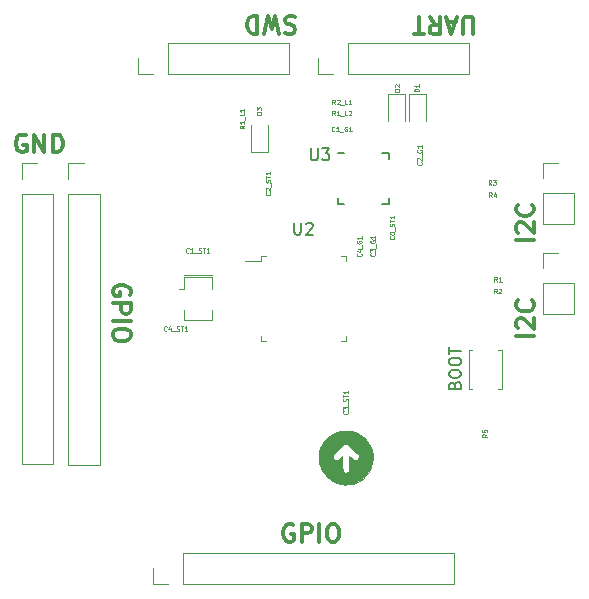
<source format=gbr>
%TF.GenerationSoftware,KiCad,Pcbnew,(5.1.6)-1*%
%TF.CreationDate,2020-08-01T22:19:46+05:30*%
%TF.ProjectId,first,66697273-742e-46b6-9963-61645f706362,rev?*%
%TF.SameCoordinates,Original*%
%TF.FileFunction,Legend,Top*%
%TF.FilePolarity,Positive*%
%FSLAX46Y46*%
G04 Gerber Fmt 4.6, Leading zero omitted, Abs format (unit mm)*
G04 Created by KiCad (PCBNEW (5.1.6)-1) date 2020-08-01 22:19:46*
%MOMM*%
%LPD*%
G01*
G04 APERTURE LIST*
%ADD10C,0.300000*%
%ADD11C,0.010000*%
%ADD12C,0.120000*%
%ADD13C,0.150000*%
%ADD14C,0.100000*%
G04 APERTURE END LIST*
D10*
X53530000Y-74690000D02*
X53387142Y-74618571D01*
X53172857Y-74618571D01*
X52958571Y-74690000D01*
X52815714Y-74832857D01*
X52744285Y-74975714D01*
X52672857Y-75261428D01*
X52672857Y-75475714D01*
X52744285Y-75761428D01*
X52815714Y-75904285D01*
X52958571Y-76047142D01*
X53172857Y-76118571D01*
X53315714Y-76118571D01*
X53530000Y-76047142D01*
X53601428Y-75975714D01*
X53601428Y-75475714D01*
X53315714Y-75475714D01*
X54244285Y-76118571D02*
X54244285Y-74618571D01*
X54815714Y-74618571D01*
X54958571Y-74690000D01*
X55030000Y-74761428D01*
X55101428Y-74904285D01*
X55101428Y-75118571D01*
X55030000Y-75261428D01*
X54958571Y-75332857D01*
X54815714Y-75404285D01*
X54244285Y-75404285D01*
X55744285Y-76118571D02*
X55744285Y-74618571D01*
X56744285Y-74618571D02*
X57030000Y-74618571D01*
X57172857Y-74690000D01*
X57315714Y-74832857D01*
X57387142Y-75118571D01*
X57387142Y-75618571D01*
X57315714Y-75904285D01*
X57172857Y-76047142D01*
X57030000Y-76118571D01*
X56744285Y-76118571D01*
X56601428Y-76047142D01*
X56458571Y-75904285D01*
X56387142Y-75618571D01*
X56387142Y-75118571D01*
X56458571Y-74832857D01*
X56601428Y-74690000D01*
X56744285Y-74618571D01*
X73918571Y-58694285D02*
X72418571Y-58694285D01*
X72561428Y-58051428D02*
X72490000Y-57980000D01*
X72418571Y-57837142D01*
X72418571Y-57480000D01*
X72490000Y-57337142D01*
X72561428Y-57265714D01*
X72704285Y-57194285D01*
X72847142Y-57194285D01*
X73061428Y-57265714D01*
X73918571Y-58122857D01*
X73918571Y-57194285D01*
X73775714Y-55694285D02*
X73847142Y-55765714D01*
X73918571Y-55980000D01*
X73918571Y-56122857D01*
X73847142Y-56337142D01*
X73704285Y-56480000D01*
X73561428Y-56551428D01*
X73275714Y-56622857D01*
X73061428Y-56622857D01*
X72775714Y-56551428D01*
X72632857Y-56480000D01*
X72490000Y-56337142D01*
X72418571Y-56122857D01*
X72418571Y-55980000D01*
X72490000Y-55765714D01*
X72561428Y-55694285D01*
X73893571Y-50584285D02*
X72393571Y-50584285D01*
X72536428Y-49941428D02*
X72465000Y-49870000D01*
X72393571Y-49727142D01*
X72393571Y-49370000D01*
X72465000Y-49227142D01*
X72536428Y-49155714D01*
X72679285Y-49084285D01*
X72822142Y-49084285D01*
X73036428Y-49155714D01*
X73893571Y-50012857D01*
X73893571Y-49084285D01*
X73750714Y-47584285D02*
X73822142Y-47655714D01*
X73893571Y-47870000D01*
X73893571Y-48012857D01*
X73822142Y-48227142D01*
X73679285Y-48370000D01*
X73536428Y-48441428D01*
X73250714Y-48512857D01*
X73036428Y-48512857D01*
X72750714Y-48441428D01*
X72607857Y-48370000D01*
X72465000Y-48227142D01*
X72393571Y-48012857D01*
X72393571Y-47870000D01*
X72465000Y-47655714D01*
X72536428Y-47584285D01*
X68782857Y-33151428D02*
X68782857Y-31937142D01*
X68711428Y-31794285D01*
X68640000Y-31722857D01*
X68497142Y-31651428D01*
X68211428Y-31651428D01*
X68068571Y-31722857D01*
X67997142Y-31794285D01*
X67925714Y-31937142D01*
X67925714Y-33151428D01*
X67282857Y-32080000D02*
X66568571Y-32080000D01*
X67425714Y-31651428D02*
X66925714Y-33151428D01*
X66425714Y-31651428D01*
X65068571Y-31651428D02*
X65568571Y-32365714D01*
X65925714Y-31651428D02*
X65925714Y-33151428D01*
X65354285Y-33151428D01*
X65211428Y-33080000D01*
X65140000Y-33008571D01*
X65068571Y-32865714D01*
X65068571Y-32651428D01*
X65140000Y-32508571D01*
X65211428Y-32437142D01*
X65354285Y-32365714D01*
X65925714Y-32365714D01*
X64640000Y-33151428D02*
X63782857Y-33151428D01*
X64211428Y-31651428D02*
X64211428Y-33151428D01*
X53705714Y-31672857D02*
X53491428Y-31601428D01*
X53134285Y-31601428D01*
X52991428Y-31672857D01*
X52920000Y-31744285D01*
X52848571Y-31887142D01*
X52848571Y-32030000D01*
X52920000Y-32172857D01*
X52991428Y-32244285D01*
X53134285Y-32315714D01*
X53420000Y-32387142D01*
X53562857Y-32458571D01*
X53634285Y-32530000D01*
X53705714Y-32672857D01*
X53705714Y-32815714D01*
X53634285Y-32958571D01*
X53562857Y-33030000D01*
X53420000Y-33101428D01*
X53062857Y-33101428D01*
X52848571Y-33030000D01*
X52348571Y-33101428D02*
X51991428Y-31601428D01*
X51705714Y-32672857D01*
X51420000Y-31601428D01*
X51062857Y-33101428D01*
X50491428Y-31601428D02*
X50491428Y-33101428D01*
X50134285Y-33101428D01*
X49920000Y-33030000D01*
X49777142Y-32887142D01*
X49705714Y-32744285D01*
X49634285Y-32458571D01*
X49634285Y-32244285D01*
X49705714Y-31958571D01*
X49777142Y-31815714D01*
X49920000Y-31672857D01*
X50134285Y-31601428D01*
X50491428Y-31601428D01*
X30897142Y-41720000D02*
X30754285Y-41648571D01*
X30540000Y-41648571D01*
X30325714Y-41720000D01*
X30182857Y-41862857D01*
X30111428Y-42005714D01*
X30040000Y-42291428D01*
X30040000Y-42505714D01*
X30111428Y-42791428D01*
X30182857Y-42934285D01*
X30325714Y-43077142D01*
X30540000Y-43148571D01*
X30682857Y-43148571D01*
X30897142Y-43077142D01*
X30968571Y-43005714D01*
X30968571Y-42505714D01*
X30682857Y-42505714D01*
X31611428Y-43148571D02*
X31611428Y-41648571D01*
X32468571Y-43148571D01*
X32468571Y-41648571D01*
X33182857Y-43148571D02*
X33182857Y-41648571D01*
X33540000Y-41648571D01*
X33754285Y-41720000D01*
X33897142Y-41862857D01*
X33968571Y-42005714D01*
X34040000Y-42291428D01*
X34040000Y-42505714D01*
X33968571Y-42791428D01*
X33897142Y-42934285D01*
X33754285Y-43077142D01*
X33540000Y-43148571D01*
X33182857Y-43148571D01*
X39690000Y-55230000D02*
X39761428Y-55087142D01*
X39761428Y-54872857D01*
X39690000Y-54658571D01*
X39547142Y-54515714D01*
X39404285Y-54444285D01*
X39118571Y-54372857D01*
X38904285Y-54372857D01*
X38618571Y-54444285D01*
X38475714Y-54515714D01*
X38332857Y-54658571D01*
X38261428Y-54872857D01*
X38261428Y-55015714D01*
X38332857Y-55230000D01*
X38404285Y-55301428D01*
X38904285Y-55301428D01*
X38904285Y-55015714D01*
X38261428Y-55944285D02*
X39761428Y-55944285D01*
X39761428Y-56515714D01*
X39690000Y-56658571D01*
X39618571Y-56730000D01*
X39475714Y-56801428D01*
X39261428Y-56801428D01*
X39118571Y-56730000D01*
X39047142Y-56658571D01*
X38975714Y-56515714D01*
X38975714Y-55944285D01*
X38261428Y-57444285D02*
X39761428Y-57444285D01*
X39761428Y-58444285D02*
X39761428Y-58730000D01*
X39690000Y-58872857D01*
X39547142Y-59015714D01*
X39261428Y-59087142D01*
X38761428Y-59087142D01*
X38475714Y-59015714D01*
X38332857Y-58872857D01*
X38261428Y-58730000D01*
X38261428Y-58444285D01*
X38332857Y-58301428D01*
X38475714Y-58158571D01*
X38761428Y-58087142D01*
X39261428Y-58087142D01*
X39547142Y-58158571D01*
X39690000Y-58301428D01*
X39761428Y-58444285D01*
D11*
%TO.C,.*%
G36*
X58242713Y-66725214D02*
G01*
X58404673Y-66745139D01*
X58440319Y-66752087D01*
X58764159Y-66845986D01*
X59062707Y-66980703D01*
X59333675Y-67152244D01*
X59574773Y-67356615D01*
X59783711Y-67589825D01*
X59958200Y-67847878D01*
X60095950Y-68126783D01*
X60194672Y-68422546D01*
X60252077Y-68731173D01*
X60265874Y-69048672D01*
X60233775Y-69371049D01*
X60153489Y-69694310D01*
X60143837Y-69723266D01*
X60012240Y-70034203D01*
X59841110Y-70316434D01*
X59634458Y-70567413D01*
X59396297Y-70784596D01*
X59130638Y-70965438D01*
X58841494Y-71107394D01*
X58532876Y-71207918D01*
X58208798Y-71264465D01*
X57873270Y-71274491D01*
X57716813Y-71262847D01*
X57585464Y-71241957D01*
X57432864Y-71207369D01*
X57284600Y-71165056D01*
X57252947Y-71154566D01*
X56939468Y-71021209D01*
X56653681Y-70846917D01*
X56398721Y-70635229D01*
X56177724Y-70389682D01*
X55993826Y-70113813D01*
X55850163Y-69811160D01*
X55749870Y-69485259D01*
X55742087Y-69450319D01*
X55719383Y-69298208D01*
X55707336Y-69115310D01*
X55705946Y-68920508D01*
X55712337Y-68790984D01*
X56903200Y-68790984D01*
X56903200Y-68905240D01*
X56920806Y-69024673D01*
X56976637Y-69113801D01*
X57060227Y-69172892D01*
X57138098Y-69200828D01*
X57215120Y-69198958D01*
X57299069Y-69164247D01*
X57397718Y-69093665D01*
X57501514Y-69000754D01*
X57690600Y-68821141D01*
X57690600Y-69423782D01*
X57691103Y-69621856D01*
X57692882Y-69775855D01*
X57696339Y-69892496D01*
X57701880Y-69978496D01*
X57709906Y-70040573D01*
X57720821Y-70085444D01*
X57732039Y-70113749D01*
X57801156Y-70206405D01*
X57896077Y-70260463D01*
X58005870Y-70272414D01*
X58119601Y-70238746D01*
X58120236Y-70238418D01*
X58165383Y-70211150D01*
X58200856Y-70177408D01*
X58227799Y-70131149D01*
X58247361Y-70066330D01*
X58260688Y-69976908D01*
X58268926Y-69856840D01*
X58273222Y-69700083D01*
X58274722Y-69500593D01*
X58274800Y-69423782D01*
X58274800Y-68821141D01*
X58463885Y-69000754D01*
X58581641Y-69105001D01*
X58677935Y-69170738D01*
X58760540Y-69200997D01*
X58837233Y-69198813D01*
X58905172Y-69172892D01*
X58998090Y-69103937D01*
X59048838Y-69011402D01*
X59062200Y-68905240D01*
X59062200Y-68790984D01*
X58585207Y-68313992D01*
X58108215Y-67837000D01*
X57857184Y-67837000D01*
X56903200Y-68790984D01*
X55712337Y-68790984D01*
X55715214Y-68732686D01*
X55735139Y-68570726D01*
X55742087Y-68535080D01*
X55837612Y-68207348D01*
X55976558Y-67902733D01*
X56155528Y-67624629D01*
X56371128Y-67376433D01*
X56619962Y-67161539D01*
X56898635Y-66983344D01*
X57203751Y-66845242D01*
X57525080Y-66752087D01*
X57677191Y-66729383D01*
X57860089Y-66717336D01*
X58054891Y-66715946D01*
X58242713Y-66725214D01*
G37*
X58242713Y-66725214D02*
X58404673Y-66745139D01*
X58440319Y-66752087D01*
X58764159Y-66845986D01*
X59062707Y-66980703D01*
X59333675Y-67152244D01*
X59574773Y-67356615D01*
X59783711Y-67589825D01*
X59958200Y-67847878D01*
X60095950Y-68126783D01*
X60194672Y-68422546D01*
X60252077Y-68731173D01*
X60265874Y-69048672D01*
X60233775Y-69371049D01*
X60153489Y-69694310D01*
X60143837Y-69723266D01*
X60012240Y-70034203D01*
X59841110Y-70316434D01*
X59634458Y-70567413D01*
X59396297Y-70784596D01*
X59130638Y-70965438D01*
X58841494Y-71107394D01*
X58532876Y-71207918D01*
X58208798Y-71264465D01*
X57873270Y-71274491D01*
X57716813Y-71262847D01*
X57585464Y-71241957D01*
X57432864Y-71207369D01*
X57284600Y-71165056D01*
X57252947Y-71154566D01*
X56939468Y-71021209D01*
X56653681Y-70846917D01*
X56398721Y-70635229D01*
X56177724Y-70389682D01*
X55993826Y-70113813D01*
X55850163Y-69811160D01*
X55749870Y-69485259D01*
X55742087Y-69450319D01*
X55719383Y-69298208D01*
X55707336Y-69115310D01*
X55705946Y-68920508D01*
X55712337Y-68790984D01*
X56903200Y-68790984D01*
X56903200Y-68905240D01*
X56920806Y-69024673D01*
X56976637Y-69113801D01*
X57060227Y-69172892D01*
X57138098Y-69200828D01*
X57215120Y-69198958D01*
X57299069Y-69164247D01*
X57397718Y-69093665D01*
X57501514Y-69000754D01*
X57690600Y-68821141D01*
X57690600Y-69423782D01*
X57691103Y-69621856D01*
X57692882Y-69775855D01*
X57696339Y-69892496D01*
X57701880Y-69978496D01*
X57709906Y-70040573D01*
X57720821Y-70085444D01*
X57732039Y-70113749D01*
X57801156Y-70206405D01*
X57896077Y-70260463D01*
X58005870Y-70272414D01*
X58119601Y-70238746D01*
X58120236Y-70238418D01*
X58165383Y-70211150D01*
X58200856Y-70177408D01*
X58227799Y-70131149D01*
X58247361Y-70066330D01*
X58260688Y-69976908D01*
X58268926Y-69856840D01*
X58273222Y-69700083D01*
X58274722Y-69500593D01*
X58274800Y-69423782D01*
X58274800Y-68821141D01*
X58463885Y-69000754D01*
X58581641Y-69105001D01*
X58677935Y-69170738D01*
X58760540Y-69200997D01*
X58837233Y-69198813D01*
X58905172Y-69172892D01*
X58998090Y-69103937D01*
X59048838Y-69011402D01*
X59062200Y-68905240D01*
X59062200Y-68790984D01*
X58585207Y-68313992D01*
X58108215Y-67837000D01*
X57857184Y-67837000D01*
X56903200Y-68790984D01*
X55712337Y-68790984D01*
X55715214Y-68732686D01*
X55735139Y-68570726D01*
X55742087Y-68535080D01*
X55837612Y-68207348D01*
X55976558Y-67902733D01*
X56155528Y-67624629D01*
X56371128Y-67376433D01*
X56619962Y-67161539D01*
X56898635Y-66983344D01*
X57203751Y-66845242D01*
X57525080Y-66752087D01*
X57677191Y-66729383D01*
X57860089Y-66717336D01*
X58054891Y-66715946D01*
X58242713Y-66725214D01*
D12*
%TO.C,BOOT*%
X70870000Y-63150000D02*
X71170000Y-63150000D01*
X71170000Y-63150000D02*
X71170000Y-59850000D01*
X71170000Y-59850000D02*
X70870000Y-59850000D01*
X68670000Y-63150000D02*
X68370000Y-63150000D01*
X68370000Y-63150000D02*
X68370000Y-59850000D01*
X68370000Y-59850000D02*
X68670000Y-59850000D01*
%TO.C,J3*%
X30530000Y-69580000D02*
X33190000Y-69580000D01*
X30530000Y-46660000D02*
X30530000Y-69580000D01*
X33190000Y-46660000D02*
X33190000Y-69580000D01*
X30530000Y-46660000D02*
X33190000Y-46660000D01*
X30530000Y-45390000D02*
X30530000Y-44060000D01*
X30530000Y-44060000D02*
X31860000Y-44060000D01*
%TO.C,D1*%
X63295000Y-38185000D02*
X63295000Y-40470000D01*
X64765000Y-38185000D02*
X63295000Y-38185000D01*
X64765000Y-40470000D02*
X64765000Y-38185000D01*
%TO.C,D2*%
X63015000Y-40470000D02*
X63015000Y-38185000D01*
X63015000Y-38185000D02*
X61545000Y-38185000D01*
X61545000Y-38185000D02*
X61545000Y-40470000D01*
%TO.C,D3*%
X49935000Y-40810000D02*
X49935000Y-43095000D01*
X49935000Y-43095000D02*
X51405000Y-43095000D01*
X51405000Y-43095000D02*
X51405000Y-40810000D01*
%TO.C,J2*%
X67140000Y-79700000D02*
X67140000Y-77040000D01*
X44220000Y-79700000D02*
X67140000Y-79700000D01*
X44220000Y-77040000D02*
X67140000Y-77040000D01*
X44220000Y-79700000D02*
X44220000Y-77040000D01*
X42950000Y-79700000D02*
X41620000Y-79700000D01*
X41620000Y-79700000D02*
X41620000Y-78370000D01*
%TO.C,J3*%
X34480000Y-69610000D02*
X37140000Y-69610000D01*
X34480000Y-46690000D02*
X34480000Y-69610000D01*
X37140000Y-46690000D02*
X37140000Y-69610000D01*
X34480000Y-46690000D02*
X37140000Y-46690000D01*
X34480000Y-45420000D02*
X34480000Y-44090000D01*
X34480000Y-44090000D02*
X35810000Y-44090000D01*
%TO.C,J4*%
X40350000Y-36520000D02*
X40350000Y-35190000D01*
X41680000Y-36520000D02*
X40350000Y-36520000D01*
X42950000Y-36520000D02*
X42950000Y-33860000D01*
X42950000Y-33860000D02*
X53170000Y-33860000D01*
X42950000Y-36520000D02*
X53170000Y-36520000D01*
X53170000Y-36520000D02*
X53170000Y-33860000D01*
%TO.C,J5*%
X74640000Y-44020000D02*
X75970000Y-44020000D01*
X74640000Y-45350000D02*
X74640000Y-44020000D01*
X74640000Y-46620000D02*
X77300000Y-46620000D01*
X77300000Y-46620000D02*
X77300000Y-49220000D01*
X74640000Y-46620000D02*
X74640000Y-49220000D01*
X74640000Y-49220000D02*
X77300000Y-49220000D01*
%TO.C,J6*%
X74640000Y-56840000D02*
X77300000Y-56840000D01*
X74640000Y-54240000D02*
X74640000Y-56840000D01*
X77300000Y-54240000D02*
X77300000Y-56840000D01*
X74640000Y-54240000D02*
X77300000Y-54240000D01*
X74640000Y-52970000D02*
X74640000Y-51640000D01*
X74640000Y-51640000D02*
X75970000Y-51640000D01*
%TO.C,J7*%
X68410000Y-36520000D02*
X68410000Y-33860000D01*
X58190000Y-36520000D02*
X68410000Y-36520000D01*
X58190000Y-33860000D02*
X68410000Y-33860000D01*
X58190000Y-36520000D02*
X58190000Y-33860000D01*
X56920000Y-36520000D02*
X55590000Y-36520000D01*
X55590000Y-36520000D02*
X55590000Y-35190000D01*
%TO.C,U2*%
X57540000Y-59120000D02*
X57990000Y-59120000D01*
X57990000Y-59120000D02*
X57990000Y-58670000D01*
X51220000Y-59120000D02*
X50770000Y-59120000D01*
X50770000Y-59120000D02*
X50770000Y-58670000D01*
X57540000Y-51900000D02*
X57990000Y-51900000D01*
X57990000Y-51900000D02*
X57990000Y-52350000D01*
X51220000Y-51900000D02*
X50770000Y-51900000D01*
X50770000Y-51900000D02*
X50770000Y-52350000D01*
X50770000Y-52350000D02*
X49480000Y-52350000D01*
D13*
%TO.C,U3*%
X61610000Y-43200000D02*
X61610000Y-43725000D01*
X57310000Y-47500000D02*
X57310000Y-46975000D01*
X61610000Y-47500000D02*
X61610000Y-46975000D01*
X57310000Y-43200000D02*
X57835000Y-43200000D01*
X57310000Y-47500000D02*
X57835000Y-47500000D01*
X61610000Y-47500000D02*
X61085000Y-47500000D01*
X61610000Y-43200000D02*
X61085000Y-43200000D01*
D12*
%TO.C,Y1*%
X44290000Y-57310000D02*
X44290000Y-56510000D01*
X46690000Y-57310000D02*
X44690000Y-57310000D01*
X46690000Y-56510000D02*
X46690000Y-57310000D01*
X46690000Y-53710000D02*
X46690000Y-54710000D01*
X44690000Y-53710000D02*
X46690000Y-53710000D01*
X44290000Y-54710000D02*
X44290000Y-53710000D01*
X44290000Y-54710000D02*
X43890000Y-54710000D01*
X46690000Y-53510000D02*
X44690000Y-53510000D01*
X44690000Y-57310000D02*
X44290000Y-57310000D01*
X44690000Y-53710000D02*
X44290000Y-53710000D01*
X44690000Y-53510000D02*
X44290000Y-53510000D01*
%TO.C,BOOT*%
D13*
X67198571Y-62857142D02*
X67246190Y-62714285D01*
X67293809Y-62666666D01*
X67389047Y-62619047D01*
X67531904Y-62619047D01*
X67627142Y-62666666D01*
X67674761Y-62714285D01*
X67722380Y-62809523D01*
X67722380Y-63190476D01*
X66722380Y-63190476D01*
X66722380Y-62857142D01*
X66770000Y-62761904D01*
X66817619Y-62714285D01*
X66912857Y-62666666D01*
X67008095Y-62666666D01*
X67103333Y-62714285D01*
X67150952Y-62761904D01*
X67198571Y-62857142D01*
X67198571Y-63190476D01*
X66722380Y-62000000D02*
X66722380Y-61809523D01*
X66770000Y-61714285D01*
X66865238Y-61619047D01*
X67055714Y-61571428D01*
X67389047Y-61571428D01*
X67579523Y-61619047D01*
X67674761Y-61714285D01*
X67722380Y-61809523D01*
X67722380Y-62000000D01*
X67674761Y-62095238D01*
X67579523Y-62190476D01*
X67389047Y-62238095D01*
X67055714Y-62238095D01*
X66865238Y-62190476D01*
X66770000Y-62095238D01*
X66722380Y-62000000D01*
X66722380Y-60952380D02*
X66722380Y-60761904D01*
X66770000Y-60666666D01*
X66865238Y-60571428D01*
X67055714Y-60523809D01*
X67389047Y-60523809D01*
X67579523Y-60571428D01*
X67674761Y-60666666D01*
X67722380Y-60761904D01*
X67722380Y-60952380D01*
X67674761Y-61047619D01*
X67579523Y-61142857D01*
X67389047Y-61190476D01*
X67055714Y-61190476D01*
X66865238Y-61142857D01*
X66770000Y-61047619D01*
X66722380Y-60952380D01*
X66722380Y-60238095D02*
X66722380Y-59666666D01*
X67722380Y-59952380D02*
X66722380Y-59952380D01*
%TO.C,R5*%
D14*
X69950952Y-67006666D02*
X69760476Y-67140000D01*
X69950952Y-67235238D02*
X69550952Y-67235238D01*
X69550952Y-67082857D01*
X69570000Y-67044761D01*
X69589047Y-67025714D01*
X69627142Y-67006666D01*
X69684285Y-67006666D01*
X69722380Y-67025714D01*
X69741428Y-67044761D01*
X69760476Y-67082857D01*
X69760476Y-67235238D01*
X69550952Y-66644761D02*
X69550952Y-66835238D01*
X69741428Y-66854285D01*
X69722380Y-66835238D01*
X69703333Y-66797142D01*
X69703333Y-66701904D01*
X69722380Y-66663809D01*
X69741428Y-66644761D01*
X69779523Y-66625714D01*
X69874761Y-66625714D01*
X69912857Y-66644761D01*
X69931904Y-66663809D01*
X69950952Y-66701904D01*
X69950952Y-66797142D01*
X69931904Y-66835238D01*
X69912857Y-66854285D01*
%TO.C,C0_ST1*%
X62062857Y-50267380D02*
X62081904Y-50286428D01*
X62100952Y-50343571D01*
X62100952Y-50381666D01*
X62081904Y-50438809D01*
X62043809Y-50476904D01*
X62005714Y-50495952D01*
X61929523Y-50515000D01*
X61872380Y-50515000D01*
X61796190Y-50495952D01*
X61758095Y-50476904D01*
X61720000Y-50438809D01*
X61700952Y-50381666D01*
X61700952Y-50343571D01*
X61720000Y-50286428D01*
X61739047Y-50267380D01*
X61700952Y-50019761D02*
X61700952Y-49981666D01*
X61720000Y-49943571D01*
X61739047Y-49924523D01*
X61777142Y-49905476D01*
X61853333Y-49886428D01*
X61948571Y-49886428D01*
X62024761Y-49905476D01*
X62062857Y-49924523D01*
X62081904Y-49943571D01*
X62100952Y-49981666D01*
X62100952Y-50019761D01*
X62081904Y-50057857D01*
X62062857Y-50076904D01*
X62024761Y-50095952D01*
X61948571Y-50115000D01*
X61853333Y-50115000D01*
X61777142Y-50095952D01*
X61739047Y-50076904D01*
X61720000Y-50057857D01*
X61700952Y-50019761D01*
X62139047Y-49810238D02*
X62139047Y-49505476D01*
X62081904Y-49429285D02*
X62100952Y-49372142D01*
X62100952Y-49276904D01*
X62081904Y-49238809D01*
X62062857Y-49219761D01*
X62024761Y-49200714D01*
X61986666Y-49200714D01*
X61948571Y-49219761D01*
X61929523Y-49238809D01*
X61910476Y-49276904D01*
X61891428Y-49353095D01*
X61872380Y-49391190D01*
X61853333Y-49410238D01*
X61815238Y-49429285D01*
X61777142Y-49429285D01*
X61739047Y-49410238D01*
X61720000Y-49391190D01*
X61700952Y-49353095D01*
X61700952Y-49257857D01*
X61720000Y-49200714D01*
X61700952Y-49086428D02*
X61700952Y-48857857D01*
X62100952Y-48972142D02*
X61700952Y-48972142D01*
X62100952Y-48515000D02*
X62100952Y-48743571D01*
X62100952Y-48629285D02*
X61700952Y-48629285D01*
X61758095Y-48667380D01*
X61796190Y-48705476D01*
X61815238Y-48743571D01*
%TO.C,C1_G1*%
X57020476Y-41332857D02*
X57001428Y-41351904D01*
X56944285Y-41370952D01*
X56906190Y-41370952D01*
X56849047Y-41351904D01*
X56810952Y-41313809D01*
X56791904Y-41275714D01*
X56772857Y-41199523D01*
X56772857Y-41142380D01*
X56791904Y-41066190D01*
X56810952Y-41028095D01*
X56849047Y-40990000D01*
X56906190Y-40970952D01*
X56944285Y-40970952D01*
X57001428Y-40990000D01*
X57020476Y-41009047D01*
X57401428Y-41370952D02*
X57172857Y-41370952D01*
X57287142Y-41370952D02*
X57287142Y-40970952D01*
X57249047Y-41028095D01*
X57210952Y-41066190D01*
X57172857Y-41085238D01*
X57477619Y-41409047D02*
X57782380Y-41409047D01*
X58087142Y-40990000D02*
X58049047Y-40970952D01*
X57991904Y-40970952D01*
X57934761Y-40990000D01*
X57896666Y-41028095D01*
X57877619Y-41066190D01*
X57858571Y-41142380D01*
X57858571Y-41199523D01*
X57877619Y-41275714D01*
X57896666Y-41313809D01*
X57934761Y-41351904D01*
X57991904Y-41370952D01*
X58030000Y-41370952D01*
X58087142Y-41351904D01*
X58106190Y-41332857D01*
X58106190Y-41199523D01*
X58030000Y-41199523D01*
X58487142Y-41370952D02*
X58258571Y-41370952D01*
X58372857Y-41370952D02*
X58372857Y-40970952D01*
X58334761Y-41028095D01*
X58296666Y-41066190D01*
X58258571Y-41085238D01*
%TO.C,C1_ST1*%
X44677619Y-51612857D02*
X44658571Y-51631904D01*
X44601428Y-51650952D01*
X44563333Y-51650952D01*
X44506190Y-51631904D01*
X44468095Y-51593809D01*
X44449047Y-51555714D01*
X44430000Y-51479523D01*
X44430000Y-51422380D01*
X44449047Y-51346190D01*
X44468095Y-51308095D01*
X44506190Y-51270000D01*
X44563333Y-51250952D01*
X44601428Y-51250952D01*
X44658571Y-51270000D01*
X44677619Y-51289047D01*
X45058571Y-51650952D02*
X44830000Y-51650952D01*
X44944285Y-51650952D02*
X44944285Y-51250952D01*
X44906190Y-51308095D01*
X44868095Y-51346190D01*
X44830000Y-51365238D01*
X45134761Y-51689047D02*
X45439523Y-51689047D01*
X45515714Y-51631904D02*
X45572857Y-51650952D01*
X45668095Y-51650952D01*
X45706190Y-51631904D01*
X45725238Y-51612857D01*
X45744285Y-51574761D01*
X45744285Y-51536666D01*
X45725238Y-51498571D01*
X45706190Y-51479523D01*
X45668095Y-51460476D01*
X45591904Y-51441428D01*
X45553809Y-51422380D01*
X45534761Y-51403333D01*
X45515714Y-51365238D01*
X45515714Y-51327142D01*
X45534761Y-51289047D01*
X45553809Y-51270000D01*
X45591904Y-51250952D01*
X45687142Y-51250952D01*
X45744285Y-51270000D01*
X45858571Y-51250952D02*
X46087142Y-51250952D01*
X45972857Y-51650952D02*
X45972857Y-51250952D01*
X46430000Y-51650952D02*
X46201428Y-51650952D01*
X46315714Y-51650952D02*
X46315714Y-51250952D01*
X46277619Y-51308095D01*
X46239523Y-51346190D01*
X46201428Y-51365238D01*
%TO.C,C2_G1*%
X64372857Y-44004523D02*
X64391904Y-44023571D01*
X64410952Y-44080714D01*
X64410952Y-44118809D01*
X64391904Y-44175952D01*
X64353809Y-44214047D01*
X64315714Y-44233095D01*
X64239523Y-44252142D01*
X64182380Y-44252142D01*
X64106190Y-44233095D01*
X64068095Y-44214047D01*
X64030000Y-44175952D01*
X64010952Y-44118809D01*
X64010952Y-44080714D01*
X64030000Y-44023571D01*
X64049047Y-44004523D01*
X64049047Y-43852142D02*
X64030000Y-43833095D01*
X64010952Y-43795000D01*
X64010952Y-43699761D01*
X64030000Y-43661666D01*
X64049047Y-43642619D01*
X64087142Y-43623571D01*
X64125238Y-43623571D01*
X64182380Y-43642619D01*
X64410952Y-43871190D01*
X64410952Y-43623571D01*
X64449047Y-43547380D02*
X64449047Y-43242619D01*
X64030000Y-42937857D02*
X64010952Y-42975952D01*
X64010952Y-43033095D01*
X64030000Y-43090238D01*
X64068095Y-43128333D01*
X64106190Y-43147380D01*
X64182380Y-43166428D01*
X64239523Y-43166428D01*
X64315714Y-43147380D01*
X64353809Y-43128333D01*
X64391904Y-43090238D01*
X64410952Y-43033095D01*
X64410952Y-42995000D01*
X64391904Y-42937857D01*
X64372857Y-42918809D01*
X64239523Y-42918809D01*
X64239523Y-42995000D01*
X64410952Y-42537857D02*
X64410952Y-42766428D01*
X64410952Y-42652142D02*
X64010952Y-42652142D01*
X64068095Y-42690238D01*
X64106190Y-42728333D01*
X64125238Y-42766428D01*
%TO.C,C2_ST1*%
X51552857Y-46547380D02*
X51571904Y-46566428D01*
X51590952Y-46623571D01*
X51590952Y-46661666D01*
X51571904Y-46718809D01*
X51533809Y-46756904D01*
X51495714Y-46775952D01*
X51419523Y-46795000D01*
X51362380Y-46795000D01*
X51286190Y-46775952D01*
X51248095Y-46756904D01*
X51210000Y-46718809D01*
X51190952Y-46661666D01*
X51190952Y-46623571D01*
X51210000Y-46566428D01*
X51229047Y-46547380D01*
X51229047Y-46395000D02*
X51210000Y-46375952D01*
X51190952Y-46337857D01*
X51190952Y-46242619D01*
X51210000Y-46204523D01*
X51229047Y-46185476D01*
X51267142Y-46166428D01*
X51305238Y-46166428D01*
X51362380Y-46185476D01*
X51590952Y-46414047D01*
X51590952Y-46166428D01*
X51629047Y-46090238D02*
X51629047Y-45785476D01*
X51571904Y-45709285D02*
X51590952Y-45652142D01*
X51590952Y-45556904D01*
X51571904Y-45518809D01*
X51552857Y-45499761D01*
X51514761Y-45480714D01*
X51476666Y-45480714D01*
X51438571Y-45499761D01*
X51419523Y-45518809D01*
X51400476Y-45556904D01*
X51381428Y-45633095D01*
X51362380Y-45671190D01*
X51343333Y-45690238D01*
X51305238Y-45709285D01*
X51267142Y-45709285D01*
X51229047Y-45690238D01*
X51210000Y-45671190D01*
X51190952Y-45633095D01*
X51190952Y-45537857D01*
X51210000Y-45480714D01*
X51190952Y-45366428D02*
X51190952Y-45137857D01*
X51590952Y-45252142D02*
X51190952Y-45252142D01*
X51590952Y-44795000D02*
X51590952Y-45023571D01*
X51590952Y-44909285D02*
X51190952Y-44909285D01*
X51248095Y-44947380D01*
X51286190Y-44985476D01*
X51305238Y-45023571D01*
%TO.C,C3_G1*%
X60422857Y-51689523D02*
X60441904Y-51708571D01*
X60460952Y-51765714D01*
X60460952Y-51803809D01*
X60441904Y-51860952D01*
X60403809Y-51899047D01*
X60365714Y-51918095D01*
X60289523Y-51937142D01*
X60232380Y-51937142D01*
X60156190Y-51918095D01*
X60118095Y-51899047D01*
X60080000Y-51860952D01*
X60060952Y-51803809D01*
X60060952Y-51765714D01*
X60080000Y-51708571D01*
X60099047Y-51689523D01*
X60060952Y-51556190D02*
X60060952Y-51308571D01*
X60213333Y-51441904D01*
X60213333Y-51384761D01*
X60232380Y-51346666D01*
X60251428Y-51327619D01*
X60289523Y-51308571D01*
X60384761Y-51308571D01*
X60422857Y-51327619D01*
X60441904Y-51346666D01*
X60460952Y-51384761D01*
X60460952Y-51499047D01*
X60441904Y-51537142D01*
X60422857Y-51556190D01*
X60499047Y-51232380D02*
X60499047Y-50927619D01*
X60080000Y-50622857D02*
X60060952Y-50660952D01*
X60060952Y-50718095D01*
X60080000Y-50775238D01*
X60118095Y-50813333D01*
X60156190Y-50832380D01*
X60232380Y-50851428D01*
X60289523Y-50851428D01*
X60365714Y-50832380D01*
X60403809Y-50813333D01*
X60441904Y-50775238D01*
X60460952Y-50718095D01*
X60460952Y-50680000D01*
X60441904Y-50622857D01*
X60422857Y-50603809D01*
X60289523Y-50603809D01*
X60289523Y-50680000D01*
X60460952Y-50222857D02*
X60460952Y-50451428D01*
X60460952Y-50337142D02*
X60060952Y-50337142D01*
X60118095Y-50375238D01*
X60156190Y-50413333D01*
X60175238Y-50451428D01*
%TO.C,C3_ST1*%
X58127858Y-65072379D02*
X58146905Y-65091427D01*
X58165953Y-65148570D01*
X58165953Y-65186665D01*
X58146905Y-65243808D01*
X58108810Y-65281903D01*
X58070715Y-65300951D01*
X57994524Y-65319999D01*
X57937381Y-65319999D01*
X57861191Y-65300951D01*
X57823096Y-65281903D01*
X57785001Y-65243808D01*
X57765953Y-65186665D01*
X57765953Y-65148570D01*
X57785001Y-65091427D01*
X57804048Y-65072379D01*
X57765953Y-64939046D02*
X57765953Y-64691427D01*
X57918334Y-64824760D01*
X57918334Y-64767618D01*
X57937381Y-64729522D01*
X57956429Y-64710475D01*
X57994524Y-64691427D01*
X58089762Y-64691427D01*
X58127858Y-64710475D01*
X58146905Y-64729522D01*
X58165953Y-64767618D01*
X58165953Y-64881903D01*
X58146905Y-64919999D01*
X58127858Y-64939046D01*
X58204048Y-64615237D02*
X58204048Y-64310475D01*
X58146905Y-64234284D02*
X58165953Y-64177141D01*
X58165953Y-64081903D01*
X58146905Y-64043808D01*
X58127858Y-64024760D01*
X58089762Y-64005713D01*
X58051667Y-64005713D01*
X58013572Y-64024760D01*
X57994524Y-64043808D01*
X57975477Y-64081903D01*
X57956429Y-64158094D01*
X57937381Y-64196189D01*
X57918334Y-64215237D01*
X57880239Y-64234284D01*
X57842143Y-64234284D01*
X57804048Y-64215237D01*
X57785001Y-64196189D01*
X57765953Y-64158094D01*
X57765953Y-64062856D01*
X57785001Y-64005713D01*
X57765953Y-63891427D02*
X57765953Y-63662856D01*
X58165953Y-63777141D02*
X57765953Y-63777141D01*
X58165953Y-63319999D02*
X58165953Y-63548570D01*
X58165953Y-63434284D02*
X57765953Y-63434284D01*
X57823096Y-63472379D01*
X57861191Y-63510475D01*
X57880239Y-63548570D01*
%TO.C,C4_G1*%
X59272857Y-51719523D02*
X59291904Y-51738571D01*
X59310952Y-51795714D01*
X59310952Y-51833809D01*
X59291904Y-51890952D01*
X59253809Y-51929047D01*
X59215714Y-51948095D01*
X59139523Y-51967142D01*
X59082380Y-51967142D01*
X59006190Y-51948095D01*
X58968095Y-51929047D01*
X58930000Y-51890952D01*
X58910952Y-51833809D01*
X58910952Y-51795714D01*
X58930000Y-51738571D01*
X58949047Y-51719523D01*
X59044285Y-51376666D02*
X59310952Y-51376666D01*
X58891904Y-51471904D02*
X59177619Y-51567142D01*
X59177619Y-51319523D01*
X59349047Y-51262380D02*
X59349047Y-50957619D01*
X58930000Y-50652857D02*
X58910952Y-50690952D01*
X58910952Y-50748095D01*
X58930000Y-50805238D01*
X58968095Y-50843333D01*
X59006190Y-50862380D01*
X59082380Y-50881428D01*
X59139523Y-50881428D01*
X59215714Y-50862380D01*
X59253809Y-50843333D01*
X59291904Y-50805238D01*
X59310952Y-50748095D01*
X59310952Y-50710000D01*
X59291904Y-50652857D01*
X59272857Y-50633809D01*
X59139523Y-50633809D01*
X59139523Y-50710000D01*
X59310952Y-50252857D02*
X59310952Y-50481428D01*
X59310952Y-50367142D02*
X58910952Y-50367142D01*
X58968095Y-50405238D01*
X59006190Y-50443333D01*
X59025238Y-50481428D01*
%TO.C,C4_ST1*%
X42812620Y-58232857D02*
X42793572Y-58251904D01*
X42736429Y-58270952D01*
X42698334Y-58270952D01*
X42641191Y-58251904D01*
X42603096Y-58213809D01*
X42584048Y-58175714D01*
X42565001Y-58099523D01*
X42565001Y-58042380D01*
X42584048Y-57966190D01*
X42603096Y-57928095D01*
X42641191Y-57890000D01*
X42698334Y-57870952D01*
X42736429Y-57870952D01*
X42793572Y-57890000D01*
X42812620Y-57909047D01*
X43155477Y-58004285D02*
X43155477Y-58270952D01*
X43060239Y-57851904D02*
X42965001Y-58137619D01*
X43212620Y-58137619D01*
X43269762Y-58309047D02*
X43574524Y-58309047D01*
X43650715Y-58251904D02*
X43707858Y-58270952D01*
X43803096Y-58270952D01*
X43841191Y-58251904D01*
X43860239Y-58232857D01*
X43879286Y-58194761D01*
X43879286Y-58156666D01*
X43860239Y-58118571D01*
X43841191Y-58099523D01*
X43803096Y-58080476D01*
X43726905Y-58061428D01*
X43688810Y-58042380D01*
X43669762Y-58023333D01*
X43650715Y-57985238D01*
X43650715Y-57947142D01*
X43669762Y-57909047D01*
X43688810Y-57890000D01*
X43726905Y-57870952D01*
X43822143Y-57870952D01*
X43879286Y-57890000D01*
X43993572Y-57870952D02*
X44222143Y-57870952D01*
X44107858Y-58270952D02*
X44107858Y-57870952D01*
X44565001Y-58270952D02*
X44336429Y-58270952D01*
X44450715Y-58270952D02*
X44450715Y-57870952D01*
X44412620Y-57928095D01*
X44374524Y-57966190D01*
X44336429Y-57985238D01*
%TO.C,D1*%
X64190952Y-37995238D02*
X63790952Y-37995238D01*
X63790952Y-37900000D01*
X63810000Y-37842857D01*
X63848095Y-37804761D01*
X63886190Y-37785714D01*
X63962380Y-37766666D01*
X64019523Y-37766666D01*
X64095714Y-37785714D01*
X64133809Y-37804761D01*
X64171904Y-37842857D01*
X64190952Y-37900000D01*
X64190952Y-37995238D01*
X64190952Y-37385714D02*
X64190952Y-37614285D01*
X64190952Y-37500000D02*
X63790952Y-37500000D01*
X63848095Y-37538095D01*
X63886190Y-37576190D01*
X63905238Y-37614285D01*
%TO.C,D2*%
X62520952Y-38005238D02*
X62120952Y-38005238D01*
X62120952Y-37910000D01*
X62140000Y-37852857D01*
X62178095Y-37814761D01*
X62216190Y-37795714D01*
X62292380Y-37776666D01*
X62349523Y-37776666D01*
X62425714Y-37795714D01*
X62463809Y-37814761D01*
X62501904Y-37852857D01*
X62520952Y-37910000D01*
X62520952Y-38005238D01*
X62159047Y-37624285D02*
X62140000Y-37605238D01*
X62120952Y-37567142D01*
X62120952Y-37471904D01*
X62140000Y-37433809D01*
X62159047Y-37414761D01*
X62197142Y-37395714D01*
X62235238Y-37395714D01*
X62292380Y-37414761D01*
X62520952Y-37643333D01*
X62520952Y-37395714D01*
%TO.C,D3*%
X50820952Y-39955238D02*
X50420952Y-39955238D01*
X50420952Y-39860000D01*
X50440000Y-39802857D01*
X50478095Y-39764761D01*
X50516190Y-39745714D01*
X50592380Y-39726666D01*
X50649523Y-39726666D01*
X50725714Y-39745714D01*
X50763809Y-39764761D01*
X50801904Y-39802857D01*
X50820952Y-39860000D01*
X50820952Y-39955238D01*
X50420952Y-39593333D02*
X50420952Y-39345714D01*
X50573333Y-39479047D01*
X50573333Y-39421904D01*
X50592380Y-39383809D01*
X50611428Y-39364761D01*
X50649523Y-39345714D01*
X50744761Y-39345714D01*
X50782857Y-39364761D01*
X50801904Y-39383809D01*
X50820952Y-39421904D01*
X50820952Y-39536190D01*
X50801904Y-39574285D01*
X50782857Y-39593333D01*
%TO.C,R1*%
X70793333Y-54090952D02*
X70660000Y-53900476D01*
X70564761Y-54090952D02*
X70564761Y-53690952D01*
X70717142Y-53690952D01*
X70755238Y-53710000D01*
X70774285Y-53729047D01*
X70793333Y-53767142D01*
X70793333Y-53824285D01*
X70774285Y-53862380D01*
X70755238Y-53881428D01*
X70717142Y-53900476D01*
X70564761Y-53900476D01*
X71174285Y-54090952D02*
X70945714Y-54090952D01*
X71060000Y-54090952D02*
X71060000Y-53690952D01*
X71021904Y-53748095D01*
X70983809Y-53786190D01*
X70945714Y-53805238D01*
%TO.C,R2*%
X70773333Y-55100952D02*
X70640000Y-54910476D01*
X70544761Y-55100952D02*
X70544761Y-54700952D01*
X70697142Y-54700952D01*
X70735238Y-54720000D01*
X70754285Y-54739047D01*
X70773333Y-54777142D01*
X70773333Y-54834285D01*
X70754285Y-54872380D01*
X70735238Y-54891428D01*
X70697142Y-54910476D01*
X70544761Y-54910476D01*
X70925714Y-54739047D02*
X70944761Y-54720000D01*
X70982857Y-54700952D01*
X71078095Y-54700952D01*
X71116190Y-54720000D01*
X71135238Y-54739047D01*
X71154285Y-54777142D01*
X71154285Y-54815238D01*
X71135238Y-54872380D01*
X70906666Y-55100952D01*
X71154285Y-55100952D01*
%TO.C,R3*%
X70293333Y-45910952D02*
X70160000Y-45720476D01*
X70064761Y-45910952D02*
X70064761Y-45510952D01*
X70217142Y-45510952D01*
X70255238Y-45530000D01*
X70274285Y-45549047D01*
X70293333Y-45587142D01*
X70293333Y-45644285D01*
X70274285Y-45682380D01*
X70255238Y-45701428D01*
X70217142Y-45720476D01*
X70064761Y-45720476D01*
X70426666Y-45510952D02*
X70674285Y-45510952D01*
X70540952Y-45663333D01*
X70598095Y-45663333D01*
X70636190Y-45682380D01*
X70655238Y-45701428D01*
X70674285Y-45739523D01*
X70674285Y-45834761D01*
X70655238Y-45872857D01*
X70636190Y-45891904D01*
X70598095Y-45910952D01*
X70483809Y-45910952D01*
X70445714Y-45891904D01*
X70426666Y-45872857D01*
%TO.C,R4*%
X70338333Y-46940952D02*
X70205000Y-46750476D01*
X70109761Y-46940952D02*
X70109761Y-46540952D01*
X70262142Y-46540952D01*
X70300238Y-46560000D01*
X70319285Y-46579047D01*
X70338333Y-46617142D01*
X70338333Y-46674285D01*
X70319285Y-46712380D01*
X70300238Y-46731428D01*
X70262142Y-46750476D01*
X70109761Y-46750476D01*
X70681190Y-46674285D02*
X70681190Y-46940952D01*
X70585952Y-46521904D02*
X70490714Y-46807619D01*
X70738333Y-46807619D01*
%TO.C,R1_L1*%
X49380952Y-40881428D02*
X49190476Y-41014761D01*
X49380952Y-41110000D02*
X48980952Y-41110000D01*
X48980952Y-40957619D01*
X49000000Y-40919523D01*
X49019047Y-40900476D01*
X49057142Y-40881428D01*
X49114285Y-40881428D01*
X49152380Y-40900476D01*
X49171428Y-40919523D01*
X49190476Y-40957619D01*
X49190476Y-41110000D01*
X49380952Y-40500476D02*
X49380952Y-40729047D01*
X49380952Y-40614761D02*
X48980952Y-40614761D01*
X49038095Y-40652857D01*
X49076190Y-40690952D01*
X49095238Y-40729047D01*
X49419047Y-40424285D02*
X49419047Y-40119523D01*
X49380952Y-39833809D02*
X49380952Y-40024285D01*
X48980952Y-40024285D01*
X49380952Y-39490952D02*
X49380952Y-39719523D01*
X49380952Y-39605238D02*
X48980952Y-39605238D01*
X49038095Y-39643333D01*
X49076190Y-39681428D01*
X49095238Y-39719523D01*
%TO.C,R1_L2*%
X57068571Y-40030952D02*
X56935238Y-39840476D01*
X56840000Y-40030952D02*
X56840000Y-39630952D01*
X56992380Y-39630952D01*
X57030476Y-39650000D01*
X57049523Y-39669047D01*
X57068571Y-39707142D01*
X57068571Y-39764285D01*
X57049523Y-39802380D01*
X57030476Y-39821428D01*
X56992380Y-39840476D01*
X56840000Y-39840476D01*
X57449523Y-40030952D02*
X57220952Y-40030952D01*
X57335238Y-40030952D02*
X57335238Y-39630952D01*
X57297142Y-39688095D01*
X57259047Y-39726190D01*
X57220952Y-39745238D01*
X57525714Y-40069047D02*
X57830476Y-40069047D01*
X58116190Y-40030952D02*
X57925714Y-40030952D01*
X57925714Y-39630952D01*
X58230476Y-39669047D02*
X58249523Y-39650000D01*
X58287619Y-39630952D01*
X58382857Y-39630952D01*
X58420952Y-39650000D01*
X58440000Y-39669047D01*
X58459047Y-39707142D01*
X58459047Y-39745238D01*
X58440000Y-39802380D01*
X58211428Y-40030952D01*
X58459047Y-40030952D01*
%TO.C,R2_L1*%
X57068571Y-39080952D02*
X56935238Y-38890476D01*
X56840000Y-39080952D02*
X56840000Y-38680952D01*
X56992380Y-38680952D01*
X57030476Y-38700000D01*
X57049523Y-38719047D01*
X57068571Y-38757142D01*
X57068571Y-38814285D01*
X57049523Y-38852380D01*
X57030476Y-38871428D01*
X56992380Y-38890476D01*
X56840000Y-38890476D01*
X57220952Y-38719047D02*
X57240000Y-38700000D01*
X57278095Y-38680952D01*
X57373333Y-38680952D01*
X57411428Y-38700000D01*
X57430476Y-38719047D01*
X57449523Y-38757142D01*
X57449523Y-38795238D01*
X57430476Y-38852380D01*
X57201904Y-39080952D01*
X57449523Y-39080952D01*
X57525714Y-39119047D02*
X57830476Y-39119047D01*
X58116190Y-39080952D02*
X57925714Y-39080952D01*
X57925714Y-38680952D01*
X58459047Y-39080952D02*
X58230476Y-39080952D01*
X58344761Y-39080952D02*
X58344761Y-38680952D01*
X58306666Y-38738095D01*
X58268571Y-38776190D01*
X58230476Y-38795238D01*
%TO.C,U2*%
D13*
X53618095Y-49112380D02*
X53618095Y-49921904D01*
X53665714Y-50017142D01*
X53713333Y-50064761D01*
X53808571Y-50112380D01*
X53999047Y-50112380D01*
X54094285Y-50064761D01*
X54141904Y-50017142D01*
X54189523Y-49921904D01*
X54189523Y-49112380D01*
X54618095Y-49207619D02*
X54665714Y-49160000D01*
X54760952Y-49112380D01*
X54999047Y-49112380D01*
X55094285Y-49160000D01*
X55141904Y-49207619D01*
X55189523Y-49302857D01*
X55189523Y-49398095D01*
X55141904Y-49540952D01*
X54570476Y-50112380D01*
X55189523Y-50112380D01*
%TO.C,U3*%
X55028095Y-42822380D02*
X55028095Y-43631904D01*
X55075714Y-43727142D01*
X55123333Y-43774761D01*
X55218571Y-43822380D01*
X55409047Y-43822380D01*
X55504285Y-43774761D01*
X55551904Y-43727142D01*
X55599523Y-43631904D01*
X55599523Y-42822380D01*
X55980476Y-42822380D02*
X56599523Y-42822380D01*
X56266190Y-43203333D01*
X56409047Y-43203333D01*
X56504285Y-43250952D01*
X56551904Y-43298571D01*
X56599523Y-43393809D01*
X56599523Y-43631904D01*
X56551904Y-43727142D01*
X56504285Y-43774761D01*
X56409047Y-43822380D01*
X56123333Y-43822380D01*
X56028095Y-43774761D01*
X55980476Y-43727142D01*
%TD*%
M02*

</source>
